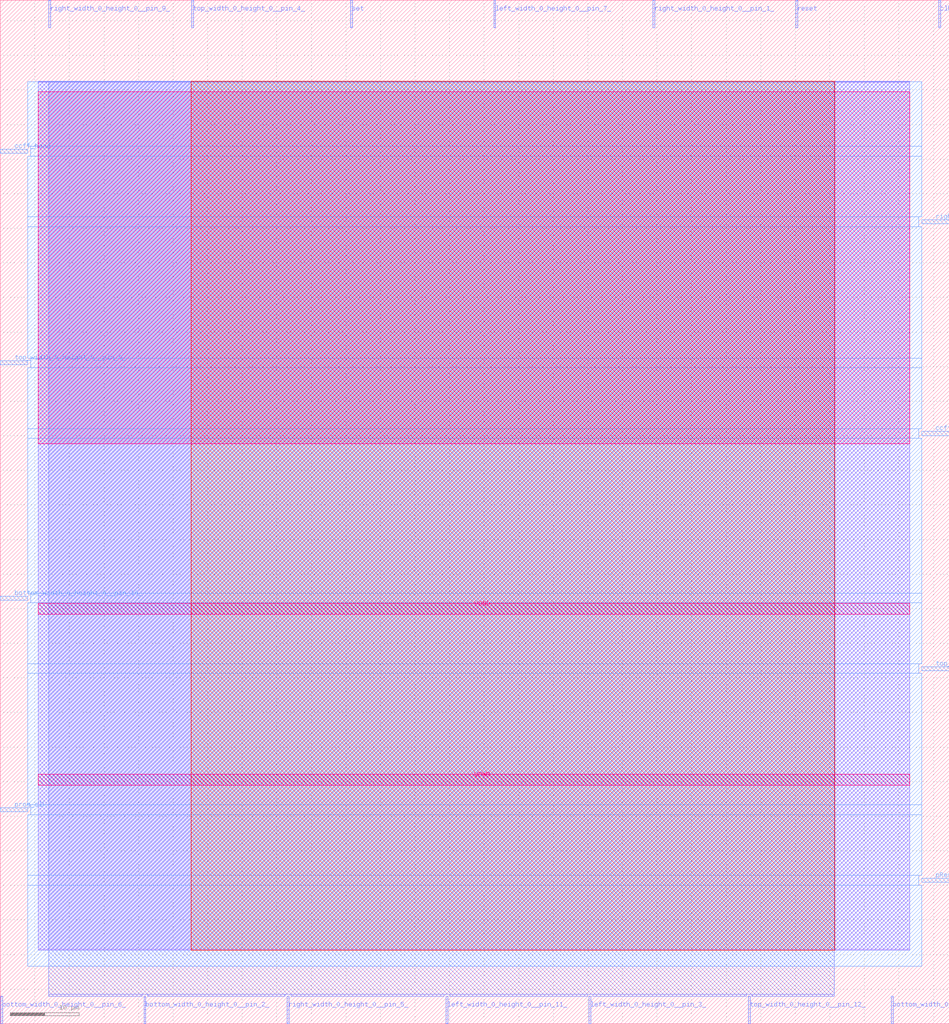
<source format=lef>
VERSION 5.7 ;
  NOWIREEXTENSIONATPIN ON ;
  DIVIDERCHAR "/" ;
  BUSBITCHARS "[]" ;
MACRO grid_clb
  CLASS BLOCK ;
  FOREIGN grid_clb ;
  ORIGIN 0.000 0.000 ;
  SIZE 137.275 BY 147.995 ;
  PIN bottom_width_0_height_0__pin_10_
    DIRECTION OUTPUT TRISTATE ;
    PORT
      LAYER met3 ;
        RECT 0.000 61.240 4.000 61.840 ;
    END
  END bottom_width_0_height_0__pin_10_
  PIN bottom_width_0_height_0__pin_14_
    DIRECTION INPUT ;
    PORT
      LAYER met2 ;
        RECT 128.890 0.000 129.170 4.000 ;
    END
  END bottom_width_0_height_0__pin_14_
  PIN bottom_width_0_height_0__pin_2_
    DIRECTION INPUT ;
    PORT
      LAYER met2 ;
        RECT 20.790 0.000 21.070 4.000 ;
    END
  END bottom_width_0_height_0__pin_2_
  PIN bottom_width_0_height_0__pin_6_
    DIRECTION INPUT ;
    PORT
      LAYER met2 ;
        RECT 0.090 0.000 0.370 4.000 ;
    END
  END bottom_width_0_height_0__pin_6_
  PIN ccff_head
    DIRECTION INPUT ;
    PORT
      LAYER met3 ;
        RECT 0.000 125.840 4.000 126.440 ;
    END
  END ccff_head
  PIN ccff_tail
    DIRECTION OUTPUT TRISTATE ;
    PORT
      LAYER met3 ;
        RECT 133.275 85.040 137.275 85.640 ;
    END
  END ccff_tail
  PIN clk
    DIRECTION INPUT ;
    PORT
      LAYER met2 ;
        RECT 135.790 143.995 136.070 147.995 ;
    END
  END clk
  PIN left_width_0_height_0__pin_11_
    DIRECTION OUTPUT TRISTATE ;
    PORT
      LAYER met2 ;
        RECT 64.490 0.000 64.770 4.000 ;
    END
  END left_width_0_height_0__pin_11_
  PIN left_width_0_height_0__pin_3_
    DIRECTION INPUT ;
    PORT
      LAYER met2 ;
        RECT 85.190 0.000 85.470 4.000 ;
    END
  END left_width_0_height_0__pin_3_
  PIN left_width_0_height_0__pin_7_
    DIRECTION INPUT ;
    PORT
      LAYER met2 ;
        RECT 71.390 143.995 71.670 147.995 ;
    END
  END left_width_0_height_0__pin_7_
  PIN pReset
    DIRECTION INPUT ;
    PORT
      LAYER met3 ;
        RECT 133.275 20.440 137.275 21.040 ;
    END
  END pReset
  PIN prog_clk
    DIRECTION INPUT ;
    PORT
      LAYER met3 ;
        RECT 0.000 30.640 4.000 31.240 ;
    END
  END prog_clk
  PIN reset
    DIRECTION INPUT ;
    PORT
      LAYER met2 ;
        RECT 115.090 143.995 115.370 147.995 ;
    END
  END reset
  PIN right_width_0_height_0__pin_13_
    DIRECTION OUTPUT TRISTATE ;
    PORT
      LAYER met3 ;
        RECT 133.275 115.640 137.275 116.240 ;
    END
  END right_width_0_height_0__pin_13_
  PIN right_width_0_height_0__pin_1_
    DIRECTION INPUT ;
    PORT
      LAYER met2 ;
        RECT 94.390 143.995 94.670 147.995 ;
    END
  END right_width_0_height_0__pin_1_
  PIN right_width_0_height_0__pin_5_
    DIRECTION INPUT ;
    PORT
      LAYER met2 ;
        RECT 41.490 0.000 41.770 4.000 ;
    END
  END right_width_0_height_0__pin_5_
  PIN right_width_0_height_0__pin_9_
    DIRECTION INPUT ;
    PORT
      LAYER met2 ;
        RECT 6.990 143.995 7.270 147.995 ;
    END
  END right_width_0_height_0__pin_9_
  PIN set
    DIRECTION INPUT ;
    PORT
      LAYER met2 ;
        RECT 50.690 143.995 50.970 147.995 ;
    END
  END set
  PIN top_width_0_height_0__pin_0_
    DIRECTION INPUT ;
    PORT
      LAYER met3 ;
        RECT 0.000 95.240 4.000 95.840 ;
    END
  END top_width_0_height_0__pin_0_
  PIN top_width_0_height_0__pin_12_
    DIRECTION OUTPUT TRISTATE ;
    PORT
      LAYER met2 ;
        RECT 108.190 0.000 108.470 4.000 ;
    END
  END top_width_0_height_0__pin_12_
  PIN top_width_0_height_0__pin_4_
    DIRECTION INPUT ;
    PORT
      LAYER met2 ;
        RECT 27.690 143.995 27.970 147.995 ;
    END
  END top_width_0_height_0__pin_4_
  PIN top_width_0_height_0__pin_8_
    DIRECTION INPUT ;
    PORT
      LAYER met3 ;
        RECT 133.275 51.040 137.275 51.640 ;
    END
  END top_width_0_height_0__pin_8_
  PIN VPWR
    DIRECTION INPUT ;
    USE POWER ;
    PORT
      LAYER met5 ;
        RECT 5.520 34.505 131.560 36.105 ;
    END
  END VPWR
  PIN VGND
    DIRECTION INPUT ;
    USE GROUND ;
    PORT
      LAYER met5 ;
        RECT 5.520 59.170 131.560 60.770 ;
    END
  END VGND
  OBS
      LAYER li1 ;
        RECT 5.520 10.795 131.560 136.085 ;
      LAYER met1 ;
        RECT 5.520 10.640 131.560 136.240 ;
      LAYER met2 ;
        RECT 7.000 4.280 120.655 136.240 ;
        RECT 7.000 4.000 20.510 4.280 ;
        RECT 21.350 4.000 41.210 4.280 ;
        RECT 42.050 4.000 64.210 4.280 ;
        RECT 65.050 4.000 84.910 4.280 ;
        RECT 85.750 4.000 107.910 4.280 ;
        RECT 108.750 4.000 120.655 4.280 ;
      LAYER met3 ;
        RECT 4.000 126.840 133.275 136.165 ;
        RECT 4.400 125.440 133.275 126.840 ;
        RECT 4.000 116.640 133.275 125.440 ;
        RECT 4.000 115.240 132.875 116.640 ;
        RECT 4.000 96.240 133.275 115.240 ;
        RECT 4.400 94.840 133.275 96.240 ;
        RECT 4.000 86.040 133.275 94.840 ;
        RECT 4.000 84.640 132.875 86.040 ;
        RECT 4.000 62.240 133.275 84.640 ;
        RECT 4.400 60.840 133.275 62.240 ;
        RECT 4.000 52.040 133.275 60.840 ;
        RECT 4.000 50.640 132.875 52.040 ;
        RECT 4.000 31.640 133.275 50.640 ;
        RECT 4.400 30.240 133.275 31.640 ;
        RECT 4.000 21.440 133.275 30.240 ;
        RECT 4.000 20.040 132.875 21.440 ;
        RECT 4.000 8.335 133.275 20.040 ;
      LAYER met4 ;
        RECT 27.600 10.640 120.715 136.240 ;
      LAYER met5 ;
        RECT 5.520 83.835 131.560 134.770 ;
  END
END grid_clb
END LIBRARY


</source>
